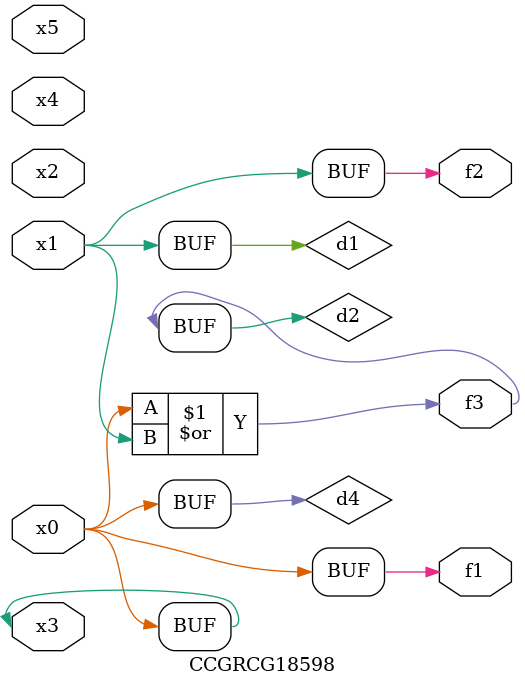
<source format=v>
module CCGRCG18598(
	input x0, x1, x2, x3, x4, x5,
	output f1, f2, f3
);

	wire d1, d2, d3, d4;

	and (d1, x1);
	or (d2, x0, x1);
	nand (d3, x0, x5);
	buf (d4, x0, x3);
	assign f1 = d4;
	assign f2 = d1;
	assign f3 = d2;
endmodule

</source>
